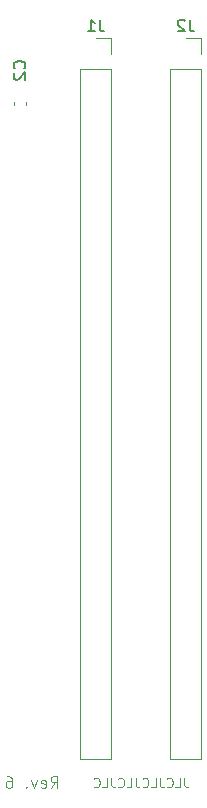
<source format=gbr>
G04 #@! TF.GenerationSoftware,KiCad,Pcbnew,8.0.4+dfsg-1*
G04 #@! TF.CreationDate,2025-02-22T20:55:47+09:00*
G04 #@! TF.ProjectId,bionic-f3850-ldo,62696f6e-6963-42d6-9633-3835302d6c64,6*
G04 #@! TF.SameCoordinates,Original*
G04 #@! TF.FileFunction,Legend,Bot*
G04 #@! TF.FilePolarity,Positive*
%FSLAX46Y46*%
G04 Gerber Fmt 4.6, Leading zero omitted, Abs format (unit mm)*
G04 Created by KiCad (PCBNEW 8.0.4+dfsg-1) date 2025-02-22 20:55:47*
%MOMM*%
%LPD*%
G01*
G04 APERTURE LIST*
%ADD10C,0.100000*%
%ADD11C,0.125000*%
%ADD12C,0.150000*%
%ADD13C,0.120000*%
G04 APERTURE END LIST*
D10*
X117395238Y-136406895D02*
X117395238Y-136978323D01*
X117395238Y-136978323D02*
X117433333Y-137092609D01*
X117433333Y-137092609D02*
X117509524Y-137168800D01*
X117509524Y-137168800D02*
X117623809Y-137206895D01*
X117623809Y-137206895D02*
X117700000Y-137206895D01*
X116633333Y-137206895D02*
X117014285Y-137206895D01*
X117014285Y-137206895D02*
X117014285Y-136406895D01*
X115909523Y-137130704D02*
X115947619Y-137168800D01*
X115947619Y-137168800D02*
X116061904Y-137206895D01*
X116061904Y-137206895D02*
X116138095Y-137206895D01*
X116138095Y-137206895D02*
X116252381Y-137168800D01*
X116252381Y-137168800D02*
X116328571Y-137092609D01*
X116328571Y-137092609D02*
X116366666Y-137016419D01*
X116366666Y-137016419D02*
X116404762Y-136864038D01*
X116404762Y-136864038D02*
X116404762Y-136749752D01*
X116404762Y-136749752D02*
X116366666Y-136597371D01*
X116366666Y-136597371D02*
X116328571Y-136521180D01*
X116328571Y-136521180D02*
X116252381Y-136444990D01*
X116252381Y-136444990D02*
X116138095Y-136406895D01*
X116138095Y-136406895D02*
X116061904Y-136406895D01*
X116061904Y-136406895D02*
X115947619Y-136444990D01*
X115947619Y-136444990D02*
X115909523Y-136483085D01*
X115338095Y-136406895D02*
X115338095Y-136978323D01*
X115338095Y-136978323D02*
X115376190Y-137092609D01*
X115376190Y-137092609D02*
X115452381Y-137168800D01*
X115452381Y-137168800D02*
X115566666Y-137206895D01*
X115566666Y-137206895D02*
X115642857Y-137206895D01*
X114576190Y-137206895D02*
X114957142Y-137206895D01*
X114957142Y-137206895D02*
X114957142Y-136406895D01*
X113852380Y-137130704D02*
X113890476Y-137168800D01*
X113890476Y-137168800D02*
X114004761Y-137206895D01*
X114004761Y-137206895D02*
X114080952Y-137206895D01*
X114080952Y-137206895D02*
X114195238Y-137168800D01*
X114195238Y-137168800D02*
X114271428Y-137092609D01*
X114271428Y-137092609D02*
X114309523Y-137016419D01*
X114309523Y-137016419D02*
X114347619Y-136864038D01*
X114347619Y-136864038D02*
X114347619Y-136749752D01*
X114347619Y-136749752D02*
X114309523Y-136597371D01*
X114309523Y-136597371D02*
X114271428Y-136521180D01*
X114271428Y-136521180D02*
X114195238Y-136444990D01*
X114195238Y-136444990D02*
X114080952Y-136406895D01*
X114080952Y-136406895D02*
X114004761Y-136406895D01*
X114004761Y-136406895D02*
X113890476Y-136444990D01*
X113890476Y-136444990D02*
X113852380Y-136483085D01*
X113280952Y-136406895D02*
X113280952Y-136978323D01*
X113280952Y-136978323D02*
X113319047Y-137092609D01*
X113319047Y-137092609D02*
X113395238Y-137168800D01*
X113395238Y-137168800D02*
X113509523Y-137206895D01*
X113509523Y-137206895D02*
X113585714Y-137206895D01*
X112519047Y-137206895D02*
X112899999Y-137206895D01*
X112899999Y-137206895D02*
X112899999Y-136406895D01*
X111795237Y-137130704D02*
X111833333Y-137168800D01*
X111833333Y-137168800D02*
X111947618Y-137206895D01*
X111947618Y-137206895D02*
X112023809Y-137206895D01*
X112023809Y-137206895D02*
X112138095Y-137168800D01*
X112138095Y-137168800D02*
X112214285Y-137092609D01*
X112214285Y-137092609D02*
X112252380Y-137016419D01*
X112252380Y-137016419D02*
X112290476Y-136864038D01*
X112290476Y-136864038D02*
X112290476Y-136749752D01*
X112290476Y-136749752D02*
X112252380Y-136597371D01*
X112252380Y-136597371D02*
X112214285Y-136521180D01*
X112214285Y-136521180D02*
X112138095Y-136444990D01*
X112138095Y-136444990D02*
X112023809Y-136406895D01*
X112023809Y-136406895D02*
X111947618Y-136406895D01*
X111947618Y-136406895D02*
X111833333Y-136444990D01*
X111833333Y-136444990D02*
X111795237Y-136483085D01*
X111223809Y-136406895D02*
X111223809Y-136978323D01*
X111223809Y-136978323D02*
X111261904Y-137092609D01*
X111261904Y-137092609D02*
X111338095Y-137168800D01*
X111338095Y-137168800D02*
X111452380Y-137206895D01*
X111452380Y-137206895D02*
X111528571Y-137206895D01*
X110461904Y-137206895D02*
X110842856Y-137206895D01*
X110842856Y-137206895D02*
X110842856Y-136406895D01*
X109738094Y-137130704D02*
X109776190Y-137168800D01*
X109776190Y-137168800D02*
X109890475Y-137206895D01*
X109890475Y-137206895D02*
X109966666Y-137206895D01*
X109966666Y-137206895D02*
X110080952Y-137168800D01*
X110080952Y-137168800D02*
X110157142Y-137092609D01*
X110157142Y-137092609D02*
X110195237Y-137016419D01*
X110195237Y-137016419D02*
X110233333Y-136864038D01*
X110233333Y-136864038D02*
X110233333Y-136749752D01*
X110233333Y-136749752D02*
X110195237Y-136597371D01*
X110195237Y-136597371D02*
X110157142Y-136521180D01*
X110157142Y-136521180D02*
X110080952Y-136444990D01*
X110080952Y-136444990D02*
X109966666Y-136406895D01*
X109966666Y-136406895D02*
X109890475Y-136406895D01*
X109890475Y-136406895D02*
X109776190Y-136444990D01*
X109776190Y-136444990D02*
X109738094Y-136483085D01*
D11*
X106077240Y-137258119D02*
X106410573Y-136781928D01*
X106648668Y-137258119D02*
X106648668Y-136258119D01*
X106648668Y-136258119D02*
X106267716Y-136258119D01*
X106267716Y-136258119D02*
X106172478Y-136305738D01*
X106172478Y-136305738D02*
X106124859Y-136353357D01*
X106124859Y-136353357D02*
X106077240Y-136448595D01*
X106077240Y-136448595D02*
X106077240Y-136591452D01*
X106077240Y-136591452D02*
X106124859Y-136686690D01*
X106124859Y-136686690D02*
X106172478Y-136734309D01*
X106172478Y-136734309D02*
X106267716Y-136781928D01*
X106267716Y-136781928D02*
X106648668Y-136781928D01*
X105267716Y-137210500D02*
X105362954Y-137258119D01*
X105362954Y-137258119D02*
X105553430Y-137258119D01*
X105553430Y-137258119D02*
X105648668Y-137210500D01*
X105648668Y-137210500D02*
X105696287Y-137115261D01*
X105696287Y-137115261D02*
X105696287Y-136734309D01*
X105696287Y-136734309D02*
X105648668Y-136639071D01*
X105648668Y-136639071D02*
X105553430Y-136591452D01*
X105553430Y-136591452D02*
X105362954Y-136591452D01*
X105362954Y-136591452D02*
X105267716Y-136639071D01*
X105267716Y-136639071D02*
X105220097Y-136734309D01*
X105220097Y-136734309D02*
X105220097Y-136829547D01*
X105220097Y-136829547D02*
X105696287Y-136924785D01*
X104886763Y-136591452D02*
X104648668Y-137258119D01*
X104648668Y-137258119D02*
X104410573Y-136591452D01*
X104029620Y-137162880D02*
X103982001Y-137210500D01*
X103982001Y-137210500D02*
X104029620Y-137258119D01*
X104029620Y-137258119D02*
X104077239Y-137210500D01*
X104077239Y-137210500D02*
X104029620Y-137162880D01*
X104029620Y-137162880D02*
X104029620Y-137258119D01*
X102362954Y-136258119D02*
X102553430Y-136258119D01*
X102553430Y-136258119D02*
X102648668Y-136305738D01*
X102648668Y-136305738D02*
X102696287Y-136353357D01*
X102696287Y-136353357D02*
X102791525Y-136496214D01*
X102791525Y-136496214D02*
X102839144Y-136686690D01*
X102839144Y-136686690D02*
X102839144Y-137067642D01*
X102839144Y-137067642D02*
X102791525Y-137162880D01*
X102791525Y-137162880D02*
X102743906Y-137210500D01*
X102743906Y-137210500D02*
X102648668Y-137258119D01*
X102648668Y-137258119D02*
X102458192Y-137258119D01*
X102458192Y-137258119D02*
X102362954Y-137210500D01*
X102362954Y-137210500D02*
X102315335Y-137162880D01*
X102315335Y-137162880D02*
X102267716Y-137067642D01*
X102267716Y-137067642D02*
X102267716Y-136829547D01*
X102267716Y-136829547D02*
X102315335Y-136734309D01*
X102315335Y-136734309D02*
X102362954Y-136686690D01*
X102362954Y-136686690D02*
X102458192Y-136639071D01*
X102458192Y-136639071D02*
X102648668Y-136639071D01*
X102648668Y-136639071D02*
X102743906Y-136686690D01*
X102743906Y-136686690D02*
X102791525Y-136734309D01*
X102791525Y-136734309D02*
X102839144Y-136829547D01*
D12*
X103848780Y-76335733D02*
X103896400Y-76288114D01*
X103896400Y-76288114D02*
X103944019Y-76145257D01*
X103944019Y-76145257D02*
X103944019Y-76050019D01*
X103944019Y-76050019D02*
X103896400Y-75907162D01*
X103896400Y-75907162D02*
X103801161Y-75811924D01*
X103801161Y-75811924D02*
X103705923Y-75764305D01*
X103705923Y-75764305D02*
X103515447Y-75716686D01*
X103515447Y-75716686D02*
X103372590Y-75716686D01*
X103372590Y-75716686D02*
X103182114Y-75764305D01*
X103182114Y-75764305D02*
X103086876Y-75811924D01*
X103086876Y-75811924D02*
X102991638Y-75907162D01*
X102991638Y-75907162D02*
X102944019Y-76050019D01*
X102944019Y-76050019D02*
X102944019Y-76145257D01*
X102944019Y-76145257D02*
X102991638Y-76288114D01*
X102991638Y-76288114D02*
X103039257Y-76335733D01*
X103039257Y-76716686D02*
X102991638Y-76764305D01*
X102991638Y-76764305D02*
X102944019Y-76859543D01*
X102944019Y-76859543D02*
X102944019Y-77097638D01*
X102944019Y-77097638D02*
X102991638Y-77192876D01*
X102991638Y-77192876D02*
X103039257Y-77240495D01*
X103039257Y-77240495D02*
X103134495Y-77288114D01*
X103134495Y-77288114D02*
X103229733Y-77288114D01*
X103229733Y-77288114D02*
X103372590Y-77240495D01*
X103372590Y-77240495D02*
X103944019Y-76669067D01*
X103944019Y-76669067D02*
X103944019Y-77288114D01*
X110223333Y-72204819D02*
X110223333Y-72919104D01*
X110223333Y-72919104D02*
X110270952Y-73061961D01*
X110270952Y-73061961D02*
X110366190Y-73157200D01*
X110366190Y-73157200D02*
X110509047Y-73204819D01*
X110509047Y-73204819D02*
X110604285Y-73204819D01*
X109223333Y-73204819D02*
X109794761Y-73204819D01*
X109509047Y-73204819D02*
X109509047Y-72204819D01*
X109509047Y-72204819D02*
X109604285Y-72347676D01*
X109604285Y-72347676D02*
X109699523Y-72442914D01*
X109699523Y-72442914D02*
X109794761Y-72490533D01*
X117843333Y-72204819D02*
X117843333Y-72919104D01*
X117843333Y-72919104D02*
X117890952Y-73061961D01*
X117890952Y-73061961D02*
X117986190Y-73157200D01*
X117986190Y-73157200D02*
X118129047Y-73204819D01*
X118129047Y-73204819D02*
X118224285Y-73204819D01*
X117414761Y-72300057D02*
X117367142Y-72252438D01*
X117367142Y-72252438D02*
X117271904Y-72204819D01*
X117271904Y-72204819D02*
X117033809Y-72204819D01*
X117033809Y-72204819D02*
X116938571Y-72252438D01*
X116938571Y-72252438D02*
X116890952Y-72300057D01*
X116890952Y-72300057D02*
X116843333Y-72395295D01*
X116843333Y-72395295D02*
X116843333Y-72490533D01*
X116843333Y-72490533D02*
X116890952Y-72633390D01*
X116890952Y-72633390D02*
X117462380Y-73204819D01*
X117462380Y-73204819D02*
X116843333Y-73204819D01*
D13*
X102979200Y-79150133D02*
X102979200Y-79442667D01*
X103999200Y-79150133D02*
X103999200Y-79442667D01*
X108560000Y-76350000D02*
X111220000Y-76350000D01*
X108560000Y-134830000D02*
X108560000Y-76350000D01*
X108560000Y-134830000D02*
X111220000Y-134830000D01*
X109890000Y-73750000D02*
X111220000Y-73750000D01*
X111220000Y-73750000D02*
X111220000Y-75080000D01*
X111220000Y-134830000D02*
X111220000Y-76350000D01*
X116180000Y-76350000D02*
X118840000Y-76350000D01*
X116180000Y-134830000D02*
X116180000Y-76350000D01*
X116180000Y-134830000D02*
X118840000Y-134830000D01*
X117510000Y-73750000D02*
X118840000Y-73750000D01*
X118840000Y-73750000D02*
X118840000Y-75080000D01*
X118840000Y-134830000D02*
X118840000Y-76350000D01*
M02*

</source>
